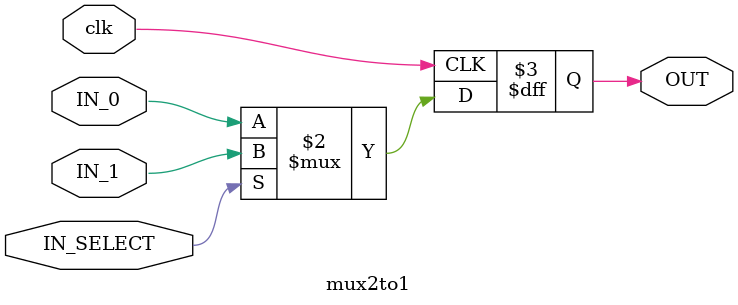
<source format=v>
`ifndef mux2to1
`define mux2to1

  module mux2to1(
    input clk,
    input IN_0,
    input IN_1,
    input IN_SELECT,
    output reg OUT
  );
    


    always @(posedge clk)
      OUT <= IN_SELECT ? IN_1 : IN_0;


  endmodule

`endif



</source>
